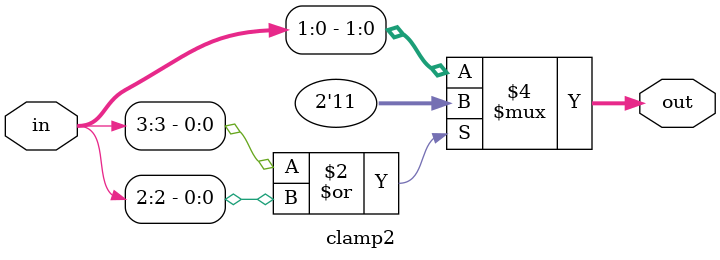
<source format=sv>
module DOPE_unit	(input			buffer_select,			//Dictates output, reads from other
						 input [2:0]	op,
						 input [2:0]	offset,
						 input [7:0]	frame_buffer_0_in,
						 input [7:0]	frame_buffer_1_in,
						 input [7:0]	write_pixel_in,
						 output logic [7:0]	out_pixel,
						 output logic	frame_buffer_0_we,
						 output logic	frame_buffer_1_we);

	logic [7:0] in_pixel, invert_out, out_clamp_pixel;
	logic [3:0] red_pre_clamp, green_pre_clamp, blue_pre_clamp, avg_out, red, green, blue;

	invert 			invert0		(.*, .out_pixel(invert_out));
	add_offset		add_offset0	(.*);
	black_white		black_white0(.*);


	clamp3 clampR(.in(red), .out(out_clamp_pixel[7:5]));
	clamp3 clampG(.in(green), .out(out_clamp_pixel[4:2]));
	clamp2 clampB(.in(blue), .out(out_clamp_pixel[1:0]));

	always_comb
	begin
		if(~buffer_select)
		begin
			in_pixel = frame_buffer_1_in;
			frame_buffer_0_we = 1'b1;
			frame_buffer_1_we = 1'b0;
		end

		else
		begin
			in_pixel = frame_buffer_0_in;
			frame_buffer_0_we = 1'b0;
			frame_buffer_1_we = 1'b1;
		end


		//Need to have defaults for the clamp inputs
		red = 4'h0;
		green = 4'h0;
		blue = 4'h0;

		case(op)
			3'b000	:														//OP: Write pixel
			begin											
				out_pixel = write_pixel_in;
			end
			3'b001	:	out_pixel = invert_out;						//OP: Invert
			3'b010 :														//OP: B&W
			begin
				red = avg_out;
				green = avg_out;
				blue = avg_out;
				out_pixel = out_clamp_pixel;
			end
			3'b011 	:													//OP: Add offset
			begin
				red = red_pre_clamp;
				green = green_pre_clamp;
				blue = blue_pre_clamp;
				out_pixel = out_clamp_pixel;
			end
			default		:													//OP: Do nothing
			begin											
				out_pixel = in_pixel;
				frame_buffer_0_we = 1'b0;			//*SHOULD* Turn off both write enable signals
				frame_buffer_1_we = 1'b0;
			end
			
		endcase
	end

endmodule


module add_offset	(input [7:0] in_pixel,
					 input [2:0] offset,
					 output logic [3:0] red_pre_clamp,
					 output logic [3:0] green_pre_clamp,
					 output logic [3:0] blue_pre_clamp);
					 
	adder_3_3_bit rAdd(.A(in_pixel[7:5]), 				.B(offset), .Sum(red_pre_clamp));
	adder_3_3_bit gAdd(.A(in_pixel[4:2]), 				.B(offset), .Sum(green_pre_clamp));
	adder_3_3_bit bAdd(.A({1'b0, in_pixel[1:0]}), .B(offset), .Sum(blue_pre_clamp));

endmodule


module invert	(input [7:0] in_pixel,
				 			 output logic [7:0] out_pixel);

	assign out_pixel = ~in_pixel;

endmodule


module black_white	(input [7:0]	in_pixel,
					 			output logic [3:0]	avg_out);

	logic [4:0]	summed_pixel_vals;

	//Calculating approximated average of the colors
	adder_3_3_2_bit sum(.A(in_pixel[7:5]), .B(in_pixel[4:2]), .C(in_pixel[1:0]), .Sum(summed_pixel_vals));
	assign avg_out = summed_pixel_vals[4:1];		//Bitshift

endmodule


module clamp3	(input [3:0] in,
				 			 output logic [2:0] out);

	always_comb
	begin
		if(in[3])
			out = 3'b111;
		else
			out = in[2:0];
	end

endmodule


module clamp2	(input [3:0] in,
				 			 output logic [1:0] out);

	always_comb
	begin
		if(in[3] | in[2])
			out = 2'b11;
		else
			out = in[1:0];
	end

endmodule

</source>
